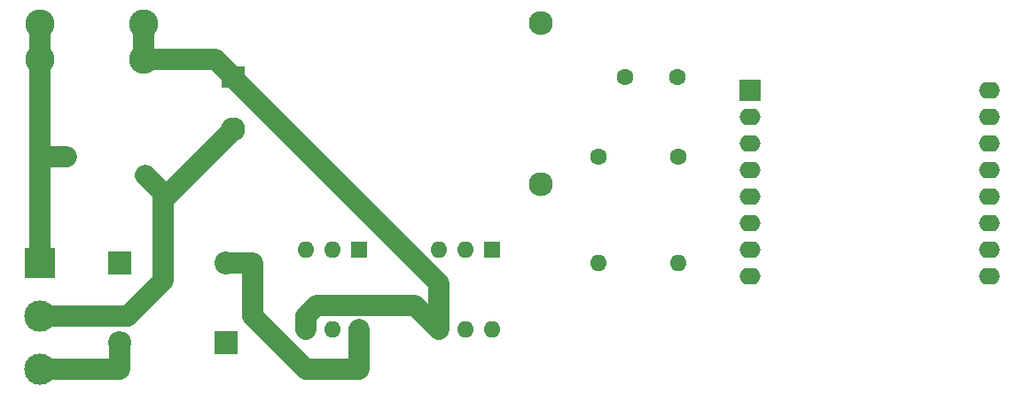
<source format=gbr>
%TF.GenerationSoftware,KiCad,Pcbnew,6.0.2+dfsg-1*%
%TF.CreationDate,2023-09-22T14:52:27+02:00*%
%TF.ProjectId,MaxPilot,4d617850-696c-46f7-942e-6b696361645f,rev?*%
%TF.SameCoordinates,Original*%
%TF.FileFunction,Copper,L2,Bot*%
%TF.FilePolarity,Positive*%
%FSLAX46Y46*%
G04 Gerber Fmt 4.6, Leading zero omitted, Abs format (unit mm)*
G04 Created by KiCad (PCBNEW 6.0.2+dfsg-1) date 2023-09-22 14:52:27*
%MOMM*%
%LPD*%
G01*
G04 APERTURE LIST*
%TA.AperFunction,ComponentPad*%
%ADD10C,1.600000*%
%TD*%
%TA.AperFunction,ComponentPad*%
%ADD11O,1.600000X1.600000*%
%TD*%
%TA.AperFunction,ComponentPad*%
%ADD12C,2.780000*%
%TD*%
%TA.AperFunction,ComponentPad*%
%ADD13R,1.600000X1.600000*%
%TD*%
%TA.AperFunction,ComponentPad*%
%ADD14R,3.000000X3.000000*%
%TD*%
%TA.AperFunction,ComponentPad*%
%ADD15C,3.000000*%
%TD*%
%TA.AperFunction,ComponentPad*%
%ADD16R,2.300000X2.000000*%
%TD*%
%TA.AperFunction,ComponentPad*%
%ADD17C,2.300000*%
%TD*%
%TA.AperFunction,ComponentPad*%
%ADD18C,1.800000*%
%TD*%
%TA.AperFunction,ComponentPad*%
%ADD19R,2.000000X2.000000*%
%TD*%
%TA.AperFunction,ComponentPad*%
%ADD20O,2.000000X1.600000*%
%TD*%
%TA.AperFunction,ComponentPad*%
%ADD21R,2.200000X2.200000*%
%TD*%
%TA.AperFunction,ComponentPad*%
%ADD22O,2.200000X2.200000*%
%TD*%
%TA.AperFunction,Conductor*%
%ADD23C,2.000000*%
%TD*%
G04 APERTURE END LIST*
D10*
%TO.P,R2,1*%
%TO.N,+5V*%
X78740000Y-27940000D03*
D11*
%TO.P,R2,2*%
%TO.N,Net-(R2-Pad2)*%
X78740000Y-38100000D03*
%TD*%
D12*
%TO.P,F1,1*%
%TO.N,LINE*%
X17780000Y-15240000D03*
X17780000Y-18640000D03*
%TO.P,F1,2*%
%TO.N,Net-(D2-Pad2)*%
X27700000Y-18640000D03*
X27700000Y-15240000D03*
%TD*%
D13*
%TO.P,U3,1*%
%TO.N,Net-(R2-Pad2)*%
X48245000Y-36840000D03*
D11*
%TO.P,U3,2*%
%TO.N,Net-(U1-Pad6)*%
X45705000Y-36840000D03*
%TO.P,U3,3,NC*%
%TO.N,unconnected-(U3-Pad3)*%
X43165000Y-36840000D03*
%TO.P,U3,4*%
%TO.N,Net-(D2-Pad2)*%
X43165000Y-44460000D03*
%TO.P,U3,5,NC*%
X45705000Y-44460000D03*
%TO.P,U3,6*%
X48245000Y-44460000D03*
%TD*%
D14*
%TO.P,J1,1,Pin_1*%
%TO.N,LINE*%
X17780000Y-38100000D03*
D15*
%TO.P,J1,2,Pin_2*%
%TO.N,NEUT*%
X17780000Y-43180000D03*
%TO.P,J1,3,Pin_3*%
%TO.N,/PILOT*%
X17780000Y-48260000D03*
%TD*%
D10*
%TO.P,R1,1*%
%TO.N,+5V*%
X71120000Y-27940000D03*
D11*
%TO.P,R1,2*%
%TO.N,Net-(R1-Pad2)*%
X71120000Y-38100000D03*
%TD*%
D16*
%TO.P,PS1,1,AC/L*%
%TO.N,Net-(D2-Pad2)*%
X36237500Y-20360000D03*
D17*
%TO.P,PS1,2,AC/N*%
%TO.N,NEUT*%
X36237500Y-25360000D03*
%TO.P,PS1,3,-Vout*%
%TO.N,GND*%
X65637500Y-15160000D03*
%TO.P,PS1,4,+Vout*%
%TO.N,+5V*%
X65637500Y-30560000D03*
%TD*%
D18*
%TO.P,RV1,1*%
%TO.N,LINE*%
X20320000Y-27940000D03*
%TO.P,RV1,2*%
%TO.N,NEUT*%
X27820000Y-29740000D03*
%TD*%
D13*
%TO.P,U2,1*%
%TO.N,Net-(R1-Pad2)*%
X60945000Y-36840000D03*
D11*
%TO.P,U2,2*%
%TO.N,Net-(U1-Pad12)*%
X58405000Y-36840000D03*
%TO.P,U2,3,NC*%
%TO.N,unconnected-(U2-Pad3)*%
X55865000Y-36840000D03*
%TO.P,U2,4*%
%TO.N,Net-(D2-Pad2)*%
X55865000Y-44460000D03*
%TO.P,U2,5,NC*%
%TO.N,unconnected-(U2-Pad5)*%
X58405000Y-44460000D03*
%TO.P,U2,6*%
%TO.N,Net-(D1-Pad1)*%
X60945000Y-44460000D03*
%TD*%
D19*
%TO.P,U1,1,~{RST}*%
%TO.N,unconnected-(U1-Pad1)*%
X85575000Y-21590000D03*
D20*
%TO.P,U1,2,A0*%
%TO.N,unconnected-(U1-Pad2)*%
X85575000Y-24130000D03*
%TO.P,U1,3,D0*%
%TO.N,unconnected-(U1-Pad3)*%
X85575000Y-26670000D03*
%TO.P,U1,4,SCK/D5*%
%TO.N,unconnected-(U1-Pad4)*%
X85575000Y-29210000D03*
%TO.P,U1,5,MISO/D6*%
%TO.N,unconnected-(U1-Pad5)*%
X85575000Y-31750000D03*
%TO.P,U1,6,MOSI/D7*%
%TO.N,Net-(U1-Pad6)*%
X85575000Y-34290000D03*
%TO.P,U1,7,CS/D8*%
%TO.N,unconnected-(U1-Pad7)*%
X85575000Y-36830000D03*
%TO.P,U1,8,3V3*%
%TO.N,unconnected-(U1-Pad8)*%
X85575000Y-39370000D03*
%TO.P,U1,9,5V*%
%TO.N,+5V*%
X108435000Y-39370000D03*
%TO.P,U1,10,GND*%
%TO.N,GND*%
X108435000Y-36830000D03*
%TO.P,U1,11,D4*%
%TO.N,unconnected-(U1-Pad11)*%
X108435000Y-34290000D03*
%TO.P,U1,12,D3*%
%TO.N,Net-(U1-Pad12)*%
X108435000Y-31750000D03*
%TO.P,U1,13,SDA/D2*%
%TO.N,unconnected-(U1-Pad13)*%
X108435000Y-29210000D03*
%TO.P,U1,14,SCL/D1*%
%TO.N,unconnected-(U1-Pad14)*%
X108435000Y-26670000D03*
%TO.P,U1,15,RX*%
%TO.N,unconnected-(U1-Pad15)*%
X108435000Y-24130000D03*
%TO.P,U1,16,TX*%
%TO.N,unconnected-(U1-Pad16)*%
X108435000Y-21590000D03*
%TD*%
D21*
%TO.P,D1,1,K*%
%TO.N,Net-(D1-Pad1)*%
X35560000Y-45720000D03*
D22*
%TO.P,D1,2,A*%
%TO.N,/PILOT*%
X25400000Y-45720000D03*
%TD*%
D21*
%TO.P,D2,1,K*%
%TO.N,/PILOT*%
X25400000Y-38100000D03*
D22*
%TO.P,D2,2,A*%
%TO.N,Net-(D2-Pad2)*%
X35560000Y-38100000D03*
%TD*%
D10*
%TO.P,C1,1*%
%TO.N,+5V*%
X73660000Y-20320000D03*
%TO.P,C1,2*%
%TO.N,GND*%
X78660000Y-20320000D03*
%TD*%
D23*
%TO.N,Net-(D2-Pad2)*%
X48245000Y-44460000D02*
X48245000Y-48260000D01*
X38100000Y-38100000D02*
X35560000Y-38100000D01*
X48245000Y-48260000D02*
X43180000Y-48260000D01*
X43180000Y-48260000D02*
X38100000Y-43180000D01*
X38100000Y-43180000D02*
X38100000Y-38100000D01*
%TO.N,/PILOT*%
X17780000Y-48260000D02*
X25400000Y-48260000D01*
X25400000Y-48260000D02*
X25400000Y-45720000D01*
%TO.N,LINE*%
X20320000Y-27940000D02*
X17780000Y-27940000D01*
%TO.N,Net-(D2-Pad2)*%
X43165000Y-43195000D02*
X43165000Y-44460000D01*
X36237500Y-20464501D02*
X55865000Y-40092001D01*
X44199511Y-42160489D02*
X43165000Y-43195000D01*
X55865000Y-44460000D02*
X53565489Y-42160489D01*
X55865000Y-40092001D02*
X55865000Y-44460000D01*
X27700000Y-15240000D02*
X27700000Y-18640000D01*
X27700000Y-18640000D02*
X34517500Y-18640000D01*
%TO.N,LINE*%
X17780000Y-27940000D02*
X17780000Y-15240000D01*
%TO.N,Net-(D2-Pad2)*%
X53565489Y-42160489D02*
X44199511Y-42160489D01*
%TO.N,LINE*%
X17780000Y-38100000D02*
X17780000Y-27940000D01*
%TO.N,Net-(D2-Pad2)*%
X36237500Y-20360000D02*
X36237500Y-20464501D01*
X34517500Y-18640000D02*
X36237500Y-20360000D01*
%TO.N,NEUT*%
X29499511Y-32097989D02*
X29499511Y-39798074D01*
X27820000Y-29740000D02*
X29499511Y-31419511D01*
X29499511Y-31419511D02*
X29499511Y-32097989D01*
X26117585Y-43180000D02*
X17780000Y-43180000D01*
X29499511Y-39798074D02*
X26117585Y-43180000D01*
X36237500Y-25360000D02*
X29499511Y-32097989D01*
%TD*%
M02*

</source>
